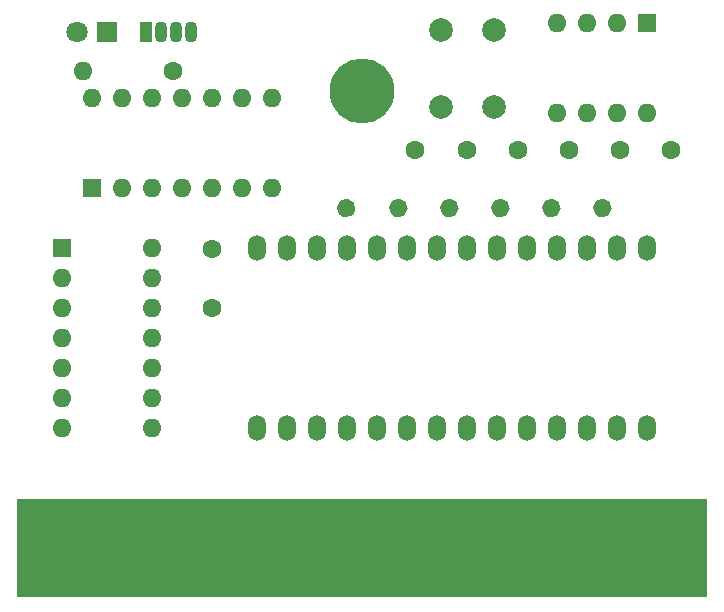
<source format=gbs>
G04 #@! TF.GenerationSoftware,KiCad,Pcbnew,(5.1.6)-1*
G04 #@! TF.CreationDate,2021-11-23T16:53:37-05:00*
G04 #@! TF.ProjectId,OpenC64Cart,4f70656e-4336-4344-9361-72742e6b6963,2*
G04 #@! TF.SameCoordinates,Original*
G04 #@! TF.FileFunction,Soldermask,Bot*
G04 #@! TF.FilePolarity,Negative*
%FSLAX46Y46*%
G04 Gerber Fmt 4.6, Leading zero omitted, Abs format (unit mm)*
G04 Created by KiCad (PCBNEW (5.1.6)-1) date 2021-11-23 16:53:37*
%MOMM*%
%LPD*%
G01*
G04 APERTURE LIST*
%ADD10O,1.600000X1.600000*%
%ADD11R,1.600000X1.600000*%
%ADD12C,1.600000*%
%ADD13R,1.800000X1.800000*%
%ADD14C,1.800000*%
%ADD15O,1.070000X1.800000*%
%ADD16R,1.070000X1.800000*%
%ADD17C,5.500000*%
%ADD18O,1.501140X2.199640*%
%ADD19C,1.998980*%
%ADD20R,58.420000X8.300000*%
%ADD21R,1.524000X8.000000*%
G04 APERTURE END LIST*
D10*
X66040000Y-87630000D03*
X81280000Y-95250000D03*
X68580000Y-87630000D03*
X78740000Y-95250000D03*
X71120000Y-87630000D03*
X76200000Y-95250000D03*
X73660000Y-87630000D03*
X73660000Y-95250000D03*
X76200000Y-87630000D03*
X71120000Y-95250000D03*
X78740000Y-87630000D03*
X68580000Y-95250000D03*
X81280000Y-87630000D03*
D11*
X66040000Y-95250000D03*
D12*
X72898000Y-85344000D03*
D10*
X65278000Y-85344000D03*
D13*
X67310000Y-82042000D03*
D14*
X64770000Y-82042000D03*
D15*
X74422000Y-82042000D03*
X73152000Y-82042000D03*
X71882000Y-82042000D03*
D16*
X70612000Y-82042000D03*
D12*
X115062000Y-92018328D03*
G36*
G01*
X109837577Y-96402140D02*
X109837577Y-96402140D01*
G75*
G02*
X109738971Y-97529206I-612836J-514230D01*
G01*
X109738971Y-97529206D01*
G75*
G02*
X108611905Y-97430600I-514230J612836D01*
G01*
X108611905Y-97430600D01*
G75*
G02*
X108710511Y-96303534I612836J514230D01*
G01*
X108710511Y-96303534D01*
G75*
G02*
X109837577Y-96402140I514230J-612836D01*
G01*
G37*
X106426000Y-92018328D03*
G36*
G01*
X101201577Y-96402140D02*
X101201577Y-96402140D01*
G75*
G02*
X101102971Y-97529206I-612836J-514230D01*
G01*
X101102971Y-97529206D01*
G75*
G02*
X99975905Y-97430600I-514230J612836D01*
G01*
X99975905Y-97430600D01*
G75*
G02*
X100074511Y-96303534I612836J514230D01*
G01*
X100074511Y-96303534D01*
G75*
G02*
X101201577Y-96402140I514230J-612836D01*
G01*
G37*
X93373152Y-92018328D03*
G36*
G01*
X88148729Y-96402140D02*
X88148729Y-96402140D01*
G75*
G02*
X88050123Y-97529206I-612836J-514230D01*
G01*
X88050123Y-97529206D01*
G75*
G02*
X86923057Y-97430600I-514230J612836D01*
G01*
X86923057Y-97430600D01*
G75*
G02*
X87021663Y-96303534I612836J514230D01*
G01*
X87021663Y-96303534D01*
G75*
G02*
X88148729Y-96402140I514230J-612836D01*
G01*
G37*
D17*
X88900000Y-87040000D03*
D11*
X63500000Y-100330000D03*
D10*
X71120000Y-115570000D03*
X63500000Y-102870000D03*
X71120000Y-113030000D03*
X63500000Y-105410000D03*
X71120000Y-110490000D03*
X63500000Y-107950000D03*
X71120000Y-107950000D03*
X63500000Y-110490000D03*
X71120000Y-105410000D03*
X63500000Y-113030000D03*
X71120000Y-102870000D03*
X63500000Y-115570000D03*
X71120000Y-100330000D03*
D11*
X113030000Y-81280000D03*
D10*
X105410000Y-88900000D03*
X110490000Y-81280000D03*
X107950000Y-88900000D03*
X107950000Y-81280000D03*
X110490000Y-88900000D03*
X105410000Y-81280000D03*
X113030000Y-88900000D03*
G36*
G01*
X92565577Y-96402140D02*
X92565577Y-96402140D01*
G75*
G02*
X92466971Y-97529206I-612836J-514230D01*
G01*
X92466971Y-97529206D01*
G75*
G02*
X91339905Y-97430600I-514230J612836D01*
G01*
X91339905Y-97430600D01*
G75*
G02*
X91438511Y-96303534I612836J514230D01*
G01*
X91438511Y-96303534D01*
G75*
G02*
X92565577Y-96402140I514230J-612836D01*
G01*
G37*
D12*
X97790000Y-92018328D03*
G36*
G01*
X96883577Y-96402140D02*
X96883577Y-96402140D01*
G75*
G02*
X96784971Y-97529206I-612836J-514230D01*
G01*
X96784971Y-97529206D01*
G75*
G02*
X95657905Y-97430600I-514230J612836D01*
G01*
X95657905Y-97430600D01*
G75*
G02*
X95756511Y-96303534I612836J514230D01*
G01*
X95756511Y-96303534D01*
G75*
G02*
X96883577Y-96402140I514230J-612836D01*
G01*
G37*
X102108000Y-92018328D03*
G36*
G01*
X105519577Y-96402140D02*
X105519577Y-96402140D01*
G75*
G02*
X105420971Y-97529206I-612836J-514230D01*
G01*
X105420971Y-97529206D01*
G75*
G02*
X104293905Y-97430600I-514230J612836D01*
G01*
X104293905Y-97430600D01*
G75*
G02*
X104392511Y-96303534I612836J514230D01*
G01*
X104392511Y-96303534D01*
G75*
G02*
X105519577Y-96402140I514230J-612836D01*
G01*
G37*
X110744000Y-92018328D03*
D18*
X80010000Y-115570000D03*
X82550000Y-115570000D03*
X85090000Y-115570000D03*
X87630000Y-115570000D03*
X90170000Y-115570000D03*
X92710000Y-115570000D03*
X95250000Y-115570000D03*
X97790000Y-115570000D03*
X100330000Y-115570000D03*
X102870000Y-115570000D03*
X105410000Y-115570000D03*
X107950000Y-115570000D03*
X110490000Y-115570000D03*
X113030000Y-115570000D03*
X113030000Y-100330000D03*
X110490000Y-100330000D03*
X107950000Y-100330000D03*
X105410000Y-100330000D03*
X102870000Y-100330000D03*
X100330000Y-100330000D03*
X97790000Y-100330000D03*
X95250000Y-100330000D03*
X92710000Y-100330000D03*
X90170000Y-100330000D03*
X87630000Y-100330000D03*
X85090000Y-100330000D03*
X82550000Y-100330000D03*
X80010000Y-100330000D03*
D12*
X76200000Y-105350000D03*
X76200000Y-100350000D03*
D19*
X95539560Y-81838800D03*
X95539560Y-88341200D03*
X100040440Y-81838800D03*
X100040440Y-88341200D03*
D20*
X88900000Y-125730000D03*
D21*
X90170000Y-125601726D03*
X92710000Y-125601726D03*
X100330000Y-125601726D03*
X97790000Y-125601726D03*
X95250000Y-125601726D03*
X115570000Y-125601726D03*
X113030000Y-125601726D03*
X110490000Y-125601726D03*
X107950000Y-125601726D03*
X105410000Y-125601726D03*
X102870000Y-125601726D03*
X62230000Y-125601726D03*
X72390000Y-125601726D03*
X69850000Y-125601726D03*
X67310000Y-125601726D03*
X64770000Y-125601726D03*
X87630000Y-125601726D03*
X85090000Y-125601726D03*
X82550000Y-125601726D03*
X80010000Y-125601726D03*
X77470000Y-125601726D03*
X74930000Y-125601726D03*
M02*

</source>
